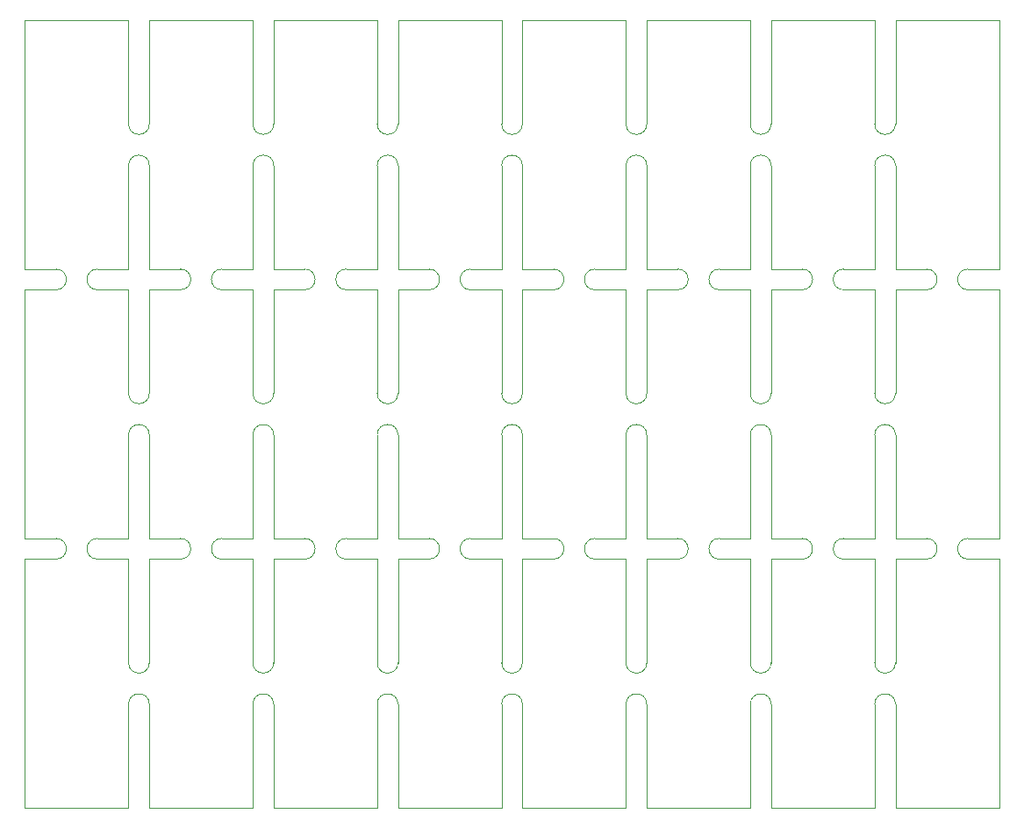
<source format=gbr>
%TF.GenerationSoftware,KiCad,Pcbnew,(6.0.0-0)*%
%TF.CreationDate,2022-11-22T10:59:52-05:00*%
%TF.ProjectId,AudioJack-Breakout-Panelization,41756469-6f4a-4616-936b-2d427265616b,rev?*%
%TF.SameCoordinates,Original*%
%TF.FileFunction,Profile,NP*%
%FSLAX46Y46*%
G04 Gerber Fmt 4.6, Leading zero omitted, Abs format (unit mm)*
G04 Created by KiCad (PCBNEW (6.0.0-0)) date 2022-11-22 10:59:52*
%MOMM*%
%LPD*%
G01*
G04 APERTURE LIST*
%TA.AperFunction,Profile*%
%ADD10C,0.100000*%
%TD*%
G04 APERTURE END LIST*
D10*
X151180000Y-135444000D02*
X155180000Y-135444000D01*
X143180000Y-135444000D02*
X139180000Y-135444000D01*
X76180000Y-121444000D02*
X76180000Y-125444000D01*
X76180000Y-73444000D02*
X76180000Y-69444000D01*
X170180000Y-125444000D02*
X170180000Y-121444000D01*
X170180000Y-99444000D02*
X170180000Y-95444000D01*
X170180000Y-73444000D02*
X170180000Y-69444000D01*
X76180000Y-99444000D02*
X76180000Y-95444000D01*
X163180000Y-135444000D02*
X167180000Y-135444000D01*
X127180000Y-135444000D02*
X131180000Y-135444000D01*
X115180000Y-135444000D02*
X119180000Y-135444000D01*
X103180000Y-135444000D02*
X107180000Y-135444000D01*
X91180000Y-135444000D02*
X95180000Y-135444000D01*
X79180000Y-135444000D02*
X83180000Y-135444000D01*
X163180000Y-59444000D02*
X167180000Y-59444000D01*
X151180000Y-59444000D02*
X155180000Y-59444000D01*
X139180000Y-59444000D02*
X143180000Y-59444000D01*
X127180000Y-59444000D02*
X131180000Y-59444000D01*
X115180000Y-59444000D02*
X119180000Y-59444000D01*
X103180000Y-59444000D02*
X107180000Y-59444000D01*
X91180000Y-59444000D02*
X95180000Y-59444000D01*
X79180000Y-59444000D02*
X83180000Y-59444000D01*
X167180000Y-135444000D02*
X170180000Y-135444000D01*
X170180000Y-121444000D02*
X170180000Y-111444000D01*
X163180000Y-111444000D02*
X160180000Y-111444000D01*
X170180000Y-111444000D02*
X167180000Y-111444000D01*
X170180000Y-135444000D02*
X170180000Y-125444000D01*
X160180000Y-111444000D02*
X160180000Y-121444000D01*
X160180000Y-135444000D02*
X160180000Y-125444000D01*
X163180000Y-135444000D02*
X160180000Y-135444000D01*
X155180000Y-135444000D02*
X158180000Y-135444000D01*
X158180000Y-121444000D02*
X158180000Y-111444000D01*
X151180000Y-111444000D02*
X148180000Y-111444000D01*
X158180000Y-111444000D02*
X155180000Y-111444000D01*
X158180000Y-135444000D02*
X158180000Y-125444000D01*
X148180000Y-111444000D02*
X148180000Y-121444000D01*
X148180000Y-135444000D02*
X148180000Y-125444000D01*
X151180000Y-135444000D02*
X148180000Y-135444000D01*
X143180000Y-135444000D02*
X146180000Y-135444000D01*
X146180000Y-121444000D02*
X146180000Y-111444000D01*
X139180000Y-111444000D02*
X136180000Y-111444000D01*
X146180000Y-111444000D02*
X143180000Y-111444000D01*
X146180000Y-135444000D02*
X146180000Y-125444000D01*
X136180000Y-111444000D02*
X136180000Y-121444000D01*
X136180000Y-135444000D02*
X136180000Y-125444000D01*
X139180000Y-135444000D02*
X136180000Y-135444000D01*
X131180000Y-135444000D02*
X134180000Y-135444000D01*
X134180000Y-121444000D02*
X134180000Y-111444000D01*
X127180000Y-111444000D02*
X124180000Y-111444000D01*
X134180000Y-111444000D02*
X131180000Y-111444000D01*
X134180000Y-135444000D02*
X134180000Y-125444000D01*
X124180000Y-111444000D02*
X124180000Y-121444000D01*
X124180000Y-135444000D02*
X124180000Y-125444000D01*
X127180000Y-135444000D02*
X124180000Y-135444000D01*
X119180000Y-135444000D02*
X122180000Y-135444000D01*
X122180000Y-121444000D02*
X122180000Y-111444000D01*
X115180000Y-111444000D02*
X112180000Y-111444000D01*
X122180000Y-111444000D02*
X119180000Y-111444000D01*
X122180000Y-135444000D02*
X122180000Y-125444000D01*
X112180000Y-111444000D02*
X112180000Y-121444000D01*
X112180000Y-135444000D02*
X112180000Y-125444000D01*
X115180000Y-135444000D02*
X112180000Y-135444000D01*
X107180000Y-135444000D02*
X110180000Y-135444000D01*
X110180000Y-121444000D02*
X110180000Y-111444000D01*
X103180000Y-111444000D02*
X100180000Y-111444000D01*
X110180000Y-111444000D02*
X107180000Y-111444000D01*
X110180000Y-135444000D02*
X110180000Y-125444000D01*
X100180000Y-111444000D02*
X100180000Y-121444000D01*
X100180000Y-135444000D02*
X100180000Y-125444000D01*
X103180000Y-135444000D02*
X100180000Y-135444000D01*
X95180000Y-135444000D02*
X98180000Y-135444000D01*
X98180000Y-121444000D02*
X98180000Y-111444000D01*
X91180000Y-111444000D02*
X88180000Y-111444000D01*
X98180000Y-111444000D02*
X95180000Y-111444000D01*
X98180000Y-135444000D02*
X98180000Y-125444000D01*
X88180000Y-111444000D02*
X88180000Y-121444000D01*
X88180000Y-135444000D02*
X88180000Y-125444000D01*
X91180000Y-135444000D02*
X88180000Y-135444000D01*
X83180000Y-135444000D02*
X86180000Y-135444000D01*
X86180000Y-121444000D02*
X86180000Y-111444000D01*
X79180000Y-111444000D02*
X76180000Y-111444000D01*
X86180000Y-111444000D02*
X83180000Y-111444000D01*
X86180000Y-135444000D02*
X86180000Y-125444000D01*
X76180000Y-111444000D02*
X76180000Y-121444000D01*
X76180000Y-135444000D02*
X76180000Y-125444000D01*
X79180000Y-135444000D02*
X76180000Y-135444000D01*
X167180000Y-109444000D02*
X170180000Y-109444000D01*
X170180000Y-95444000D02*
X170180000Y-85444000D01*
X163180000Y-85444000D02*
X160180000Y-85444000D01*
X170180000Y-85444000D02*
X167180000Y-85444000D01*
X170180000Y-109444000D02*
X170180000Y-99444000D01*
X160180000Y-85444000D02*
X160180000Y-95444000D01*
X160180000Y-109444000D02*
X160180000Y-99444000D01*
X163180000Y-109444000D02*
X160180000Y-109444000D01*
X155180000Y-109444000D02*
X158180000Y-109444000D01*
X158180000Y-95444000D02*
X158180000Y-85444000D01*
X151180000Y-85444000D02*
X148180000Y-85444000D01*
X158180000Y-85444000D02*
X155180000Y-85444000D01*
X158180000Y-109444000D02*
X158180000Y-99444000D01*
X148180000Y-85444000D02*
X148180000Y-95444000D01*
X148180000Y-109444000D02*
X148180000Y-99444000D01*
X151180000Y-109444000D02*
X148180000Y-109444000D01*
X143180000Y-109444000D02*
X146180000Y-109444000D01*
X146180000Y-95444000D02*
X146180000Y-85444000D01*
X139180000Y-85444000D02*
X136180000Y-85444000D01*
X146180000Y-85444000D02*
X143180000Y-85444000D01*
X146180000Y-109444000D02*
X146180000Y-99444000D01*
X136180000Y-85444000D02*
X136180000Y-95444000D01*
X136180000Y-109444000D02*
X136180000Y-99444000D01*
X139180000Y-109444000D02*
X136180000Y-109444000D01*
X131180000Y-109444000D02*
X134180000Y-109444000D01*
X134180000Y-95444000D02*
X134180000Y-85444000D01*
X127180000Y-85444000D02*
X124180000Y-85444000D01*
X134180000Y-85444000D02*
X131180000Y-85444000D01*
X134180000Y-109444000D02*
X134180000Y-99444000D01*
X124180000Y-85444000D02*
X124180000Y-95444000D01*
X124180000Y-109444000D02*
X124180000Y-99444000D01*
X127180000Y-109444000D02*
X124180000Y-109444000D01*
X119180000Y-109444000D02*
X122180000Y-109444000D01*
X122180000Y-95444000D02*
X122180000Y-85444000D01*
X115180000Y-85444000D02*
X112180000Y-85444000D01*
X122180000Y-85444000D02*
X119180000Y-85444000D01*
X122180000Y-109444000D02*
X122180000Y-99444000D01*
X112180000Y-85444000D02*
X112180000Y-95444000D01*
X112180000Y-109444000D02*
X112180000Y-99444000D01*
X115180000Y-109444000D02*
X112180000Y-109444000D01*
X107180000Y-109444000D02*
X110180000Y-109444000D01*
X110180000Y-95444000D02*
X110180000Y-85444000D01*
X103180000Y-85444000D02*
X100180000Y-85444000D01*
X110180000Y-85444000D02*
X107180000Y-85444000D01*
X110180000Y-109444000D02*
X110180000Y-99444000D01*
X100180000Y-85444000D02*
X100180000Y-95444000D01*
X100180000Y-109444000D02*
X100180000Y-99444000D01*
X103180000Y-109444000D02*
X100180000Y-109444000D01*
X95180000Y-109444000D02*
X98180000Y-109444000D01*
X98180000Y-95444000D02*
X98180000Y-85444000D01*
X91180000Y-85444000D02*
X88180000Y-85444000D01*
X98180000Y-85444000D02*
X95180000Y-85444000D01*
X98180000Y-109444000D02*
X98180000Y-99444000D01*
X88180000Y-85444000D02*
X88180000Y-95444000D01*
X88180000Y-109444000D02*
X88180000Y-99444000D01*
X91180000Y-109444000D02*
X88180000Y-109444000D01*
X83180000Y-109444000D02*
X86180000Y-109444000D01*
X86180000Y-95444000D02*
X86180000Y-85444000D01*
X79180000Y-85444000D02*
X76180000Y-85444000D01*
X86180000Y-85444000D02*
X83180000Y-85444000D01*
X86180000Y-109444000D02*
X86180000Y-99444000D01*
X76180000Y-85444000D02*
X76180000Y-95444000D01*
X76180000Y-109444000D02*
X76180000Y-99444000D01*
X79180000Y-109444000D02*
X76180000Y-109444000D01*
X167180000Y-83444000D02*
X170180000Y-83444000D01*
X170180000Y-69444000D02*
X170180000Y-59444000D01*
X163180000Y-59444000D02*
X160180000Y-59444000D01*
X170180000Y-59444000D02*
X167180000Y-59444000D01*
X170180000Y-83444000D02*
X170180000Y-73444000D01*
X160180000Y-59444000D02*
X160180000Y-69444000D01*
X160180000Y-83444000D02*
X160180000Y-73444000D01*
X163180000Y-83444000D02*
X160180000Y-83444000D01*
X155180000Y-83444000D02*
X158180000Y-83444000D01*
X158180000Y-69444000D02*
X158180000Y-59444000D01*
X151180000Y-59444000D02*
X148180000Y-59444000D01*
X158180000Y-59444000D02*
X155180000Y-59444000D01*
X158180000Y-83444000D02*
X158180000Y-73444000D01*
X148180000Y-59444000D02*
X148180000Y-69444000D01*
X148180000Y-83444000D02*
X148180000Y-73444000D01*
X151180000Y-83444000D02*
X148180000Y-83444000D01*
X143180000Y-83444000D02*
X146180000Y-83444000D01*
X146180000Y-69444000D02*
X146180000Y-59444000D01*
X139180000Y-59444000D02*
X136180000Y-59444000D01*
X146180000Y-59444000D02*
X143180000Y-59444000D01*
X146180000Y-83444000D02*
X146180000Y-73444000D01*
X136180000Y-59444000D02*
X136180000Y-69444000D01*
X136180000Y-83444000D02*
X136180000Y-73444000D01*
X139180000Y-83444000D02*
X136180000Y-83444000D01*
X131180000Y-83444000D02*
X134180000Y-83444000D01*
X134180000Y-69444000D02*
X134180000Y-59444000D01*
X127180000Y-59444000D02*
X124180000Y-59444000D01*
X134180000Y-59444000D02*
X131180000Y-59444000D01*
X134180000Y-83444000D02*
X134180000Y-73444000D01*
X124180000Y-59444000D02*
X124180000Y-69444000D01*
X124180000Y-83444000D02*
X124180000Y-73444000D01*
X127180000Y-83444000D02*
X124180000Y-83444000D01*
X119180000Y-83444000D02*
X122180000Y-83444000D01*
X122180000Y-69444000D02*
X122180000Y-59444000D01*
X115180000Y-59444000D02*
X112180000Y-59444000D01*
X122180000Y-59444000D02*
X119180000Y-59444000D01*
X122180000Y-83444000D02*
X122180000Y-73444000D01*
X112180000Y-59444000D02*
X112180000Y-69444000D01*
X112180000Y-83444000D02*
X112180000Y-73444000D01*
X115180000Y-83444000D02*
X112180000Y-83444000D01*
X107180000Y-83444000D02*
X110180000Y-83444000D01*
X110180000Y-69444000D02*
X110180000Y-59444000D01*
X103180000Y-59444000D02*
X100180000Y-59444000D01*
X110180000Y-59444000D02*
X107180000Y-59444000D01*
X110180000Y-83444000D02*
X110180000Y-73444000D01*
X100180000Y-59444000D02*
X100180000Y-69444000D01*
X100180000Y-83444000D02*
X100180000Y-73444000D01*
X103180000Y-83444000D02*
X100180000Y-83444000D01*
X95180000Y-83444000D02*
X98180000Y-83444000D01*
X98180000Y-69444000D02*
X98180000Y-59444000D01*
X91180000Y-59444000D02*
X88180000Y-59444000D01*
X98180000Y-59444000D02*
X95180000Y-59444000D01*
X98180000Y-83444000D02*
X98180000Y-73444000D01*
X88180000Y-59444000D02*
X88180000Y-69444000D01*
X88180000Y-83444000D02*
X88180000Y-73444000D01*
X91180000Y-83444000D02*
X88180000Y-83444000D01*
X76180000Y-83444000D02*
X76180000Y-73444000D01*
X79180000Y-83444000D02*
X76180000Y-83444000D01*
X76180000Y-59444000D02*
X76180000Y-69444000D01*
X79180000Y-59444000D02*
X76180000Y-59444000D01*
X86180000Y-59444000D02*
X83180000Y-59444000D01*
X86180000Y-69444000D02*
X86180000Y-59444000D01*
X86180000Y-83444000D02*
X86180000Y-73444000D01*
X83180000Y-83444000D02*
X86180000Y-83444000D01*
%TO.C,mouse-bite-2mm-slot47*%
X167180000Y-109444000D02*
G75*
G03*
X167180000Y-111444000I0J-1000000D01*
G01*
X163180000Y-111444000D02*
G75*
G03*
X163180000Y-109444000I0J1000000D01*
G01*
%TO.C,mouse-bite-2mm-slot46*%
X160180000Y-125444000D02*
G75*
G03*
X158180000Y-125444000I-1000000J0D01*
G01*
X158180000Y-121444000D02*
G75*
G03*
X160180000Y-121444000I1000000J0D01*
G01*
%TO.C,mouse-bite-2mm-slot45*%
X155180000Y-109444000D02*
G75*
G03*
X155180000Y-111444000I0J-1000000D01*
G01*
X151180000Y-111444000D02*
G75*
G03*
X151180000Y-109444000I0J1000000D01*
G01*
%TO.C,mouse-bite-2mm-slot44*%
X148180000Y-125444000D02*
G75*
G03*
X146180000Y-125444000I-1000000J0D01*
G01*
X146180000Y-121444000D02*
G75*
G03*
X148180000Y-121444000I1000000J0D01*
G01*
%TO.C,mouse-bite-2mm-slot43*%
X143180000Y-109444000D02*
G75*
G03*
X143180000Y-111444000I0J-1000000D01*
G01*
X139180000Y-111444000D02*
G75*
G03*
X139180000Y-109444000I0J1000000D01*
G01*
%TO.C,mouse-bite-2mm-slot42*%
X136180000Y-125444000D02*
G75*
G03*
X134180000Y-125444000I-1000000J0D01*
G01*
X134180000Y-121444000D02*
G75*
G03*
X136180000Y-121444000I1000000J0D01*
G01*
%TO.C,mouse-bite-2mm-slot41*%
X131180000Y-109444000D02*
G75*
G03*
X131180000Y-111444000I0J-1000000D01*
G01*
X127180000Y-111444000D02*
G75*
G03*
X127180000Y-109444000I0J1000000D01*
G01*
%TO.C,mouse-bite-2mm-slot40*%
X124180000Y-125444000D02*
G75*
G03*
X122180000Y-125444000I-1000000J0D01*
G01*
X122180000Y-121444000D02*
G75*
G03*
X124180000Y-121444000I1000000J0D01*
G01*
%TO.C,mouse-bite-2mm-slot39*%
X119180000Y-109444000D02*
G75*
G03*
X119180000Y-111444000I0J-1000000D01*
G01*
X115180000Y-111444000D02*
G75*
G03*
X115180000Y-109444000I0J1000000D01*
G01*
%TO.C,mouse-bite-2mm-slot38*%
X112180000Y-125444000D02*
G75*
G03*
X110180000Y-125444000I-1000000J0D01*
G01*
X110180000Y-121444000D02*
G75*
G03*
X112180000Y-121444000I1000000J0D01*
G01*
%TO.C,mouse-bite-2mm-slot37*%
X107180000Y-109444000D02*
G75*
G03*
X107180000Y-111444000I0J-1000000D01*
G01*
X103180000Y-111444000D02*
G75*
G03*
X103180000Y-109444000I0J1000000D01*
G01*
%TO.C,mouse-bite-2mm-slot36*%
X100180000Y-125444000D02*
G75*
G03*
X98180000Y-125444000I-1000000J0D01*
G01*
X98180000Y-121444000D02*
G75*
G03*
X100180000Y-121444000I1000000J0D01*
G01*
%TO.C,mouse-bite-2mm-slot35*%
X95180000Y-109444000D02*
G75*
G03*
X95180000Y-111444000I0J-1000000D01*
G01*
X91180000Y-111444000D02*
G75*
G03*
X91180000Y-109444000I0J1000000D01*
G01*
%TO.C,mouse-bite-2mm-slot34*%
X88180000Y-125444000D02*
G75*
G03*
X86180000Y-125444000I-1000000J0D01*
G01*
X86180000Y-121444000D02*
G75*
G03*
X88180000Y-121444000I1000000J0D01*
G01*
%TO.C,mouse-bite-2mm-slot33*%
X83180000Y-109444000D02*
G75*
G03*
X83180000Y-111444000I0J-1000000D01*
G01*
X79180000Y-111444000D02*
G75*
G03*
X79180000Y-109444000I0J1000000D01*
G01*
%TO.C,mouse-bite-2mm-slot31*%
X167180000Y-83444000D02*
G75*
G03*
X167180000Y-85444000I0J-1000000D01*
G01*
X163180000Y-85444000D02*
G75*
G03*
X163180000Y-83444000I0J1000000D01*
G01*
%TO.C,mouse-bite-2mm-slot30*%
X160180000Y-99444000D02*
G75*
G03*
X158180000Y-99444000I-1000000J0D01*
G01*
X158180000Y-95444000D02*
G75*
G03*
X160180000Y-95444000I1000000J0D01*
G01*
%TO.C,mouse-bite-2mm-slot29*%
X155180000Y-83444000D02*
G75*
G03*
X155180000Y-85444000I0J-1000000D01*
G01*
X151180000Y-85444000D02*
G75*
G03*
X151180000Y-83444000I0J1000000D01*
G01*
%TO.C,mouse-bite-2mm-slot27*%
X148180000Y-99444000D02*
G75*
G03*
X146180000Y-99444000I-1000000J0D01*
G01*
X146180000Y-95444000D02*
G75*
G03*
X148180000Y-95444000I1000000J0D01*
G01*
%TO.C,mouse-bite-2mm-slot26*%
X143180000Y-83444000D02*
G75*
G03*
X143180000Y-85444000I0J-1000000D01*
G01*
X139180000Y-85444000D02*
G75*
G03*
X139180000Y-83444000I0J1000000D01*
G01*
%TO.C,mouse-bite-2mm-slot25*%
X136180000Y-99444000D02*
G75*
G03*
X134180000Y-99444000I-1000000J0D01*
G01*
X134180000Y-95444000D02*
G75*
G03*
X136180000Y-95444000I1000000J0D01*
G01*
%TO.C,mouse-bite-2mm-slot24*%
X131180000Y-83444000D02*
G75*
G03*
X131180000Y-85444000I0J-1000000D01*
G01*
X127180000Y-85444000D02*
G75*
G03*
X127180000Y-83444000I0J1000000D01*
G01*
%TO.C,mouse-bite-2mm-slot23*%
X124180000Y-99444000D02*
G75*
G03*
X122180000Y-99444000I-1000000J0D01*
G01*
X122180000Y-95444000D02*
G75*
G03*
X124180000Y-95444000I1000000J0D01*
G01*
%TO.C,mouse-bite-2mm-slot22*%
X119180000Y-83444000D02*
G75*
G03*
X119180000Y-85444000I0J-1000000D01*
G01*
X115180000Y-85444000D02*
G75*
G03*
X115180000Y-83444000I0J1000000D01*
G01*
%TO.C,mouse-bite-2mm-slot21*%
X112180000Y-99444000D02*
G75*
G03*
X110180000Y-99444000I-1000000J0D01*
G01*
X110180000Y-95444000D02*
G75*
G03*
X112180000Y-95444000I1000000J0D01*
G01*
%TO.C,mouse-bite-2mm-slot20*%
X107180000Y-83444000D02*
G75*
G03*
X107180000Y-85444000I0J-1000000D01*
G01*
X103180000Y-85444000D02*
G75*
G03*
X103180000Y-83444000I0J1000000D01*
G01*
%TO.C,mouse-bite-2mm-slot19*%
X100180000Y-99444000D02*
G75*
G03*
X98180000Y-99444000I-1000000J0D01*
G01*
X98180000Y-95444000D02*
G75*
G03*
X100180000Y-95444000I1000000J0D01*
G01*
%TO.C,mouse-bite-2mm-slot18*%
X95180000Y-83444000D02*
G75*
G03*
X95180000Y-85444000I0J-1000000D01*
G01*
X91180000Y-85444000D02*
G75*
G03*
X91180000Y-83444000I0J1000000D01*
G01*
%TO.C,mouse-bite-2mm-slot17*%
X88180000Y-99444000D02*
G75*
G03*
X86180000Y-99444000I-1000000J0D01*
G01*
X86180000Y-95444000D02*
G75*
G03*
X88180000Y-95444000I1000000J0D01*
G01*
%TO.C,mouse-bite-2mm-slot16*%
X83180000Y-83444000D02*
G75*
G03*
X83180000Y-85444000I0J-1000000D01*
G01*
X79180000Y-85444000D02*
G75*
G03*
X79180000Y-83444000I0J1000000D01*
G01*
%TO.C,mouse-bite-2mm-slot13*%
X160180000Y-73444000D02*
G75*
G03*
X158180000Y-73444000I-1000000J0D01*
G01*
X158180000Y-69444000D02*
G75*
G03*
X160180000Y-69444000I1000000J0D01*
G01*
%TO.C,mouse-bite-2mm-slot11*%
X148180000Y-73444000D02*
G75*
G03*
X146180000Y-73444000I-1000000J0D01*
G01*
X146180000Y-69444000D02*
G75*
G03*
X148180000Y-69444000I1000000J0D01*
G01*
%TO.C,mouse-bite-2mm-slot9*%
X136180000Y-73444000D02*
G75*
G03*
X134180000Y-73444000I-1000000J0D01*
G01*
X134180000Y-69444000D02*
G75*
G03*
X136180000Y-69444000I1000000J0D01*
G01*
%TO.C,mouse-bite-2mm-slot7*%
X124180000Y-73444000D02*
G75*
G03*
X122180000Y-73444000I-1000000J0D01*
G01*
X122180000Y-69444000D02*
G75*
G03*
X124180000Y-69444000I1000000J0D01*
G01*
%TO.C,mouse-bite-2mm-slot5*%
X112180000Y-73444000D02*
G75*
G03*
X110180000Y-73444000I-1000000J0D01*
G01*
X110180000Y-69444000D02*
G75*
G03*
X112180000Y-69444000I1000000J0D01*
G01*
%TO.C,mouse-bite-2mm-slot3*%
X100180000Y-73444000D02*
G75*
G03*
X98180000Y-73444000I-1000000J0D01*
G01*
X98180000Y-69444000D02*
G75*
G03*
X100180000Y-69444000I1000000J0D01*
G01*
%TO.C,mouse-bite-2mm-slot1*%
X88180000Y-73444000D02*
G75*
G03*
X86180000Y-73444000I-1000000J0D01*
G01*
X86180000Y-69444000D02*
G75*
G03*
X88180000Y-69444000I1000000J0D01*
G01*
%TD*%
M02*

</source>
